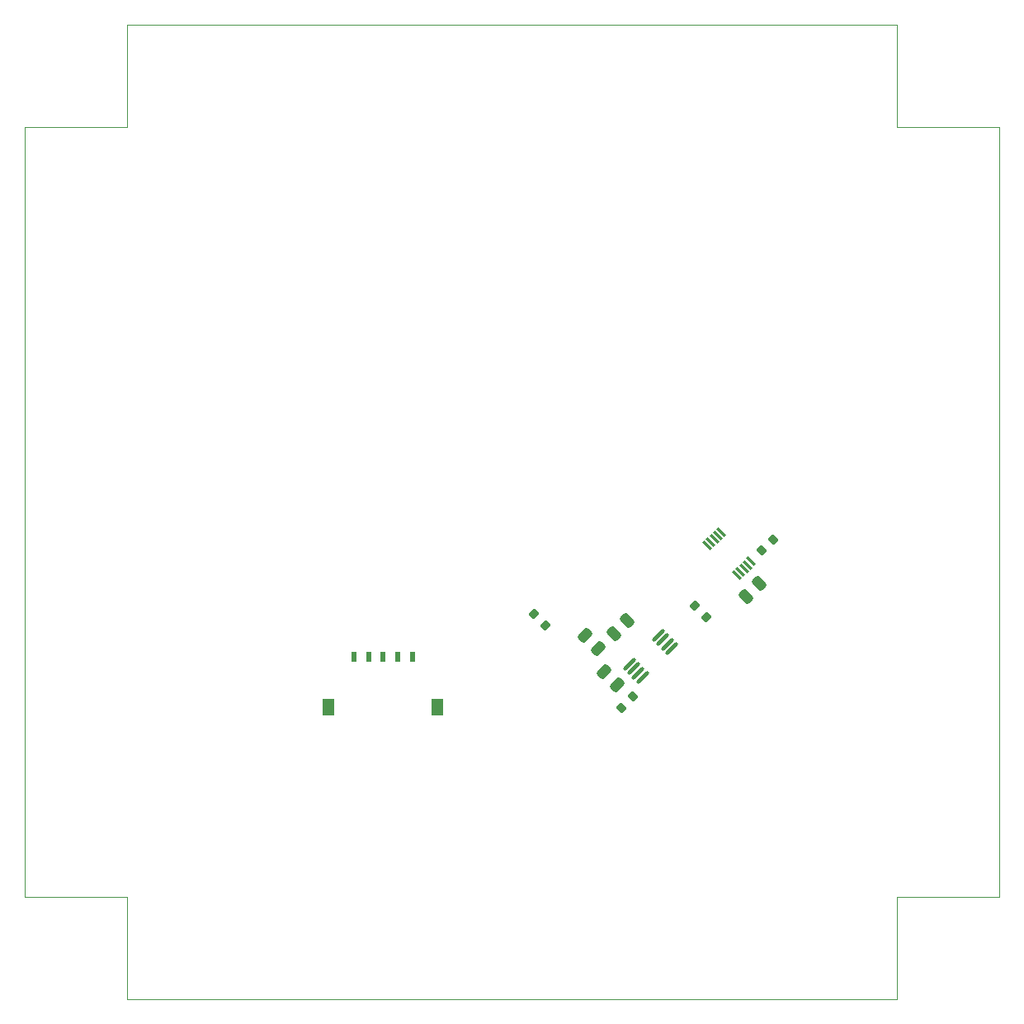
<source format=gbr>
%TF.GenerationSoftware,KiCad,Pcbnew,7.0.5*%
%TF.CreationDate,2023-06-21T14:57:04-07:00*%
%TF.ProjectId,solar-panel-side-Z,736f6c61-722d-4706-916e-656c2d736964,3.1*%
%TF.SameCoordinates,Original*%
%TF.FileFunction,Paste,Bot*%
%TF.FilePolarity,Positive*%
%FSLAX46Y46*%
G04 Gerber Fmt 4.6, Leading zero omitted, Abs format (unit mm)*
G04 Created by KiCad (PCBNEW 7.0.5) date 2023-06-21 14:57:04*
%MOMM*%
%LPD*%
G01*
G04 APERTURE LIST*
G04 Aperture macros list*
%AMRoundRect*
0 Rectangle with rounded corners*
0 $1 Rounding radius*
0 $2 $3 $4 $5 $6 $7 $8 $9 X,Y pos of 4 corners*
0 Add a 4 corners polygon primitive as box body*
4,1,4,$2,$3,$4,$5,$6,$7,$8,$9,$2,$3,0*
0 Add four circle primitives for the rounded corners*
1,1,$1+$1,$2,$3*
1,1,$1+$1,$4,$5*
1,1,$1+$1,$6,$7*
1,1,$1+$1,$8,$9*
0 Add four rect primitives between the rounded corners*
20,1,$1+$1,$2,$3,$4,$5,0*
20,1,$1+$1,$4,$5,$6,$7,0*
20,1,$1+$1,$6,$7,$8,$9,0*
20,1,$1+$1,$8,$9,$2,$3,0*%
%AMRotRect*
0 Rectangle, with rotation*
0 The origin of the aperture is its center*
0 $1 length*
0 $2 width*
0 $3 Rotation angle, in degrees counterclockwise*
0 Add horizontal line*
21,1,$1,$2,0,0,$3*%
G04 Aperture macros list end*
%ADD10R,0.600000X1.000000*%
%ADD11R,1.250000X1.800000*%
%ADD12RotRect,1.100000X0.250000X135.000000*%
%ADD13RoundRect,0.250000X0.512652X0.159099X0.159099X0.512652X-0.512652X-0.159099X-0.159099X-0.512652X0*%
%ADD14RoundRect,0.250000X0.159099X-0.512652X0.512652X-0.159099X-0.159099X0.512652X-0.512652X0.159099X0*%
%ADD15RoundRect,0.200000X-0.335876X-0.053033X-0.053033X-0.335876X0.335876X0.053033X0.053033X0.335876X0*%
%ADD16RoundRect,0.200000X-0.053033X0.335876X-0.335876X0.053033X0.053033X-0.335876X0.335876X-0.053033X0*%
%ADD17RoundRect,0.100000X0.433103X0.574524X-0.574524X-0.433103X-0.433103X-0.574524X0.574524X0.433103X0*%
%TA.AperFunction,Profile*%
%ADD18C,0.050000*%
%TD*%
G04 APERTURE END LIST*
D10*
%TO.C,J1*%
X139278501Y-99850000D03*
X137778501Y-99850000D03*
X136278502Y-99850000D03*
X134778500Y-99850000D03*
X133278500Y-99850000D03*
D11*
X141883500Y-105040000D03*
X130673502Y-105040000D03*
%TD*%
D12*
%TO.C,U5*%
X174013122Y-90070652D03*
X173659569Y-90424205D03*
X173306016Y-90777759D03*
X172952462Y-91131312D03*
X172598909Y-91484865D03*
X169558350Y-88444306D03*
X169911903Y-88090753D03*
X170265456Y-87737199D03*
X170619010Y-87383646D03*
X170972563Y-87030093D03*
%TD*%
D13*
%TO.C,C6*%
X158386062Y-98994337D03*
X157042560Y-97650835D03*
%TD*%
D14*
%TO.C,C7*%
X159941697Y-97438704D03*
X161285199Y-96095202D03*
%TD*%
D13*
%TO.C,C4*%
X160309393Y-102756148D03*
X158965891Y-101412646D03*
%TD*%
D14*
%TO.C,C8*%
X173539361Y-93698109D03*
X174882863Y-92354607D03*
%TD*%
D15*
%TO.C,R2*%
X151767542Y-95465877D03*
X152934268Y-96632603D03*
%TD*%
D16*
%TO.C,FB3*%
X161914523Y-103922874D03*
X160747797Y-105089600D03*
%TD*%
D15*
%TO.C,R5*%
X168243131Y-94610277D03*
X169409857Y-95777003D03*
%TD*%
D17*
%TO.C,U4*%
X164520213Y-97626087D03*
X164979832Y-98085706D03*
X165439452Y-98545326D03*
X165899071Y-99004945D03*
X162911545Y-101992471D03*
X162451926Y-101532852D03*
X161992306Y-101073232D03*
X161532687Y-100613613D03*
%TD*%
D16*
%TO.C,R6*%
X176297077Y-87786695D03*
X175130351Y-88953421D03*
%TD*%
D18*
X189000000Y-135000000D02*
X110000000Y-135000000D01*
X110000000Y-124500000D02*
X99500000Y-124500000D01*
X110000000Y-45500000D02*
X110000000Y-35000000D01*
X189000000Y-45500000D02*
X199500000Y-45500000D01*
X99500000Y-124500000D02*
X99500000Y-45500000D01*
X199500000Y-124500000D02*
X189000000Y-124500000D01*
X110000000Y-35000000D02*
X189000000Y-35000000D01*
X199500000Y-45500000D02*
X199500000Y-124500000D01*
X189000000Y-124500000D02*
X189000000Y-135000000D01*
X99500000Y-45500000D02*
X110000000Y-45500000D01*
X189000000Y-35000000D02*
X189000000Y-45500000D01*
X110000000Y-135000000D02*
X110000000Y-124500000D01*
M02*

</source>
